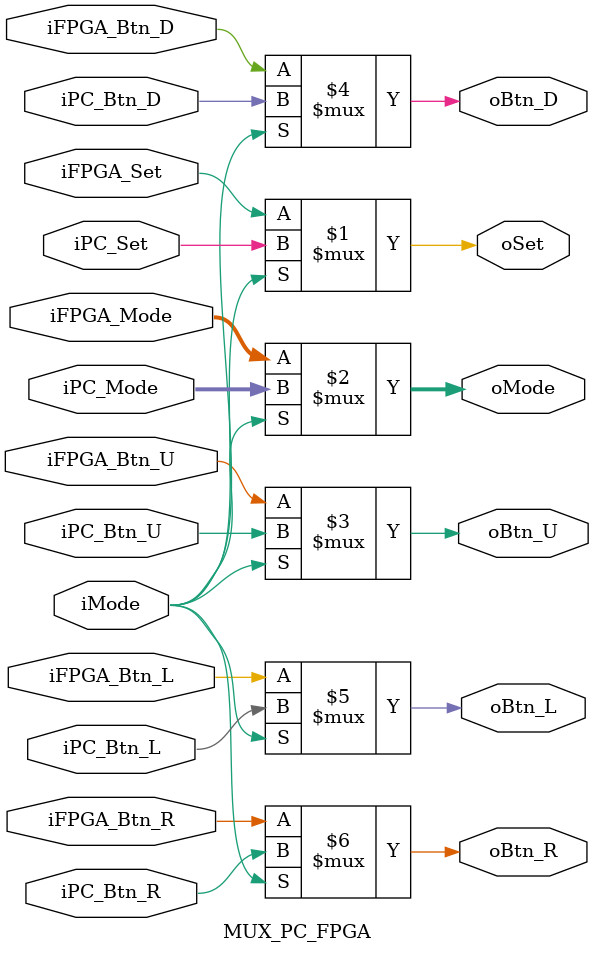
<source format=v>
`timescale 1ns / 1ps


module MUX_PC_FPGA(
    input           iMode,

    input           iPC_Set,
    input   [4:0]   iPC_Mode,
    input           iPC_Btn_U,
    input           iPC_Btn_D,
    input           iPC_Btn_L,
    input           iPC_Btn_R,

    input           iFPGA_Set,
    input   [4:0]   iFPGA_Mode,
    input           iFPGA_Btn_U,
    input           iFPGA_Btn_D,
    input           iFPGA_Btn_L,
    input           iFPGA_Btn_R,

    output          oSet,
    output  [4:0]   oMode,
    output          oBtn_U,
    output          oBtn_D,
    output          oBtn_R,
    output          oBtn_L
    );

    assign  oSet    = iMode ? iPC_Set   : iFPGA_Set;
    assign  oMode   = iMode ? iPC_Mode  : iFPGA_Mode;
    assign  oBtn_U  = iMode ? iPC_Btn_U : iFPGA_Btn_U;
    assign  oBtn_D  = iMode ? iPC_Btn_D : iFPGA_Btn_D;
    assign  oBtn_L  = iMode ? iPC_Btn_L : iFPGA_Btn_L;
    assign  oBtn_R  = iMode ? iPC_Btn_R : iFPGA_Btn_R;
    
endmodule

</source>
